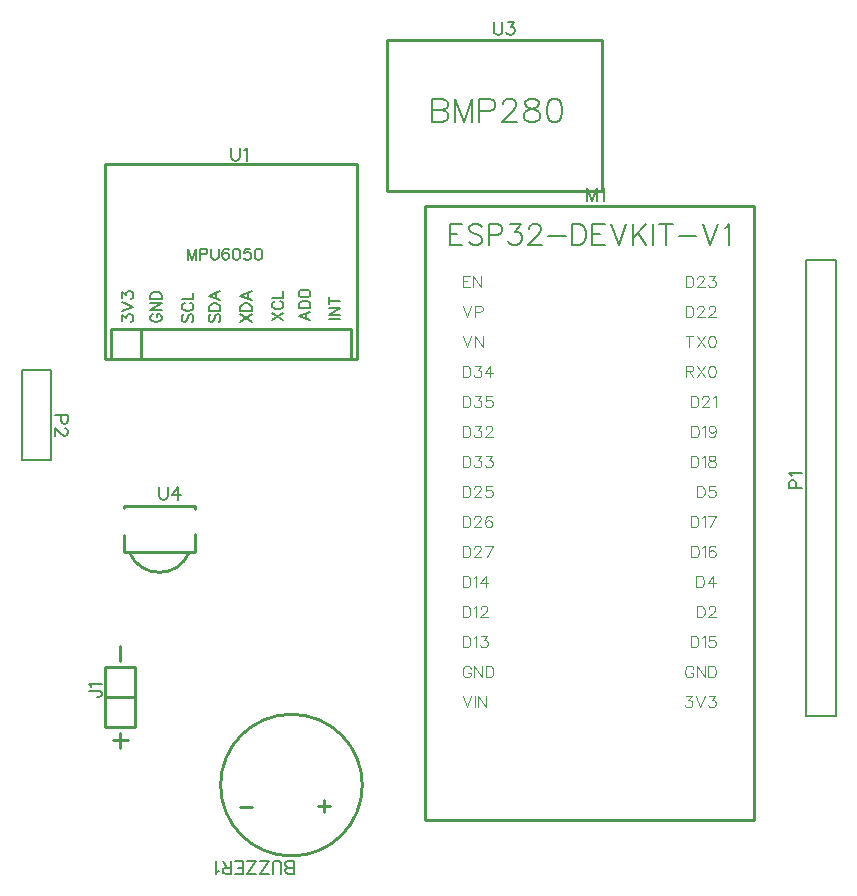
<source format=gto>
G04 Layer: TopSilkscreenLayer*
G04 EasyEDA v6.5.42, 2024-04-05 23:01:38*
G04 9a974a588d324e8b8ed75c96a1a2608a,45826c4407594220944428adbfc87ba6,10*
G04 Gerber Generator version 0.2*
G04 Scale: 100 percent, Rotated: No, Reflected: No *
G04 Dimensions in millimeters *
G04 leading zeros omitted , absolute positions ,4 integer and 5 decimal *
%FSLAX45Y45*%
%MOMM*%

%ADD10C,0.1524*%
%ADD11C,0.0813*%
%ADD12C,0.1544*%
%ADD13C,0.2032*%
%ADD14C,0.2540*%
%ADD15C,0.2030*%
%ADD16C,0.0170*%

%LPD*%
D10*
X7112000Y10732515D02*
G01*
X7112000Y10623550D01*
X7112000Y10732515D02*
G01*
X7153656Y10623550D01*
X7195058Y10732515D02*
G01*
X7153656Y10623550D01*
X7195058Y10732515D02*
G01*
X7195058Y10623550D01*
X7229347Y10711687D02*
G01*
X7239761Y10717021D01*
X7255509Y10732515D01*
X7255509Y10623550D01*
D11*
X7948599Y6436179D02*
G01*
X7999399Y6436179D01*
X7971713Y6399349D01*
X7985683Y6399349D01*
X7994827Y6394777D01*
X7999399Y6389951D01*
X8003971Y6376235D01*
X8003971Y6367091D01*
X7999399Y6353121D01*
X7990255Y6343977D01*
X7976285Y6339151D01*
X7962569Y6339151D01*
X7948599Y6343977D01*
X7944027Y6348549D01*
X7939455Y6357693D01*
X8034451Y6436179D02*
G01*
X8071535Y6339151D01*
X8108365Y6436179D02*
G01*
X8071535Y6339151D01*
X8148243Y6436179D02*
G01*
X8199043Y6436179D01*
X8171357Y6399349D01*
X8185073Y6399349D01*
X8194471Y6394777D01*
X8199043Y6389951D01*
X8203615Y6376235D01*
X8203615Y6367091D01*
X8199043Y6353121D01*
X8189645Y6343977D01*
X8175929Y6339151D01*
X8161959Y6339151D01*
X8148243Y6343977D01*
X8143671Y6348549D01*
X8138845Y6357693D01*
X8013369Y6667065D02*
G01*
X8008543Y6676463D01*
X7999399Y6685607D01*
X7990255Y6690179D01*
X7971713Y6690179D01*
X7962569Y6685607D01*
X7953171Y6676463D01*
X7948599Y6667065D01*
X7944027Y6653349D01*
X7944027Y6630235D01*
X7948599Y6616265D01*
X7953171Y6607121D01*
X7962569Y6597977D01*
X7971713Y6593151D01*
X7990255Y6593151D01*
X7999399Y6597977D01*
X8008543Y6607121D01*
X8013369Y6616265D01*
X8013369Y6630235D01*
X7990255Y6630235D02*
G01*
X8013369Y6630235D01*
X8043849Y6690179D02*
G01*
X8043849Y6593151D01*
X8043849Y6690179D02*
G01*
X8108365Y6593151D01*
X8108365Y6690179D02*
G01*
X8108365Y6593151D01*
X8138845Y6690179D02*
G01*
X8138845Y6593151D01*
X8138845Y6690179D02*
G01*
X8171103Y6690179D01*
X8185073Y6685607D01*
X8194217Y6676463D01*
X8199043Y6667065D01*
X8203615Y6653349D01*
X8203615Y6630235D01*
X8199043Y6616265D01*
X8194217Y6607121D01*
X8185073Y6597977D01*
X8171103Y6593151D01*
X8138845Y6593151D01*
X7990255Y6944344D02*
G01*
X7990255Y6847316D01*
X7990255Y6944344D02*
G01*
X8022513Y6944344D01*
X8036483Y6939518D01*
X8045627Y6930374D01*
X8050199Y6921230D01*
X8055025Y6907260D01*
X8055025Y6884146D01*
X8050199Y6870430D01*
X8045627Y6861032D01*
X8036483Y6851888D01*
X8022513Y6847316D01*
X7990255Y6847316D01*
X8085505Y6925802D02*
G01*
X8094649Y6930374D01*
X8108365Y6944344D01*
X8108365Y6847316D01*
X8194471Y6944344D02*
G01*
X8148243Y6944344D01*
X8143671Y6902688D01*
X8148243Y6907260D01*
X8161959Y6911832D01*
X8175929Y6911832D01*
X8189645Y6907260D01*
X8199043Y6898116D01*
X8203615Y6884146D01*
X8203615Y6875002D01*
X8199043Y6861032D01*
X8189645Y6851888D01*
X8175929Y6847316D01*
X8161959Y6847316D01*
X8148243Y6851888D01*
X8143671Y6856460D01*
X8138845Y6865858D01*
X8043849Y7198344D02*
G01*
X8043849Y7101316D01*
X8043849Y7198344D02*
G01*
X8076107Y7198344D01*
X8090077Y7193518D01*
X8099221Y7184374D01*
X8103793Y7175230D01*
X8108619Y7161260D01*
X8108619Y7138146D01*
X8103793Y7124430D01*
X8099221Y7115032D01*
X8090077Y7105888D01*
X8076107Y7101316D01*
X8043849Y7101316D01*
X8143671Y7175230D02*
G01*
X8143671Y7179802D01*
X8148243Y7188946D01*
X8152815Y7193518D01*
X8161959Y7198344D01*
X8180501Y7198344D01*
X8189899Y7193518D01*
X8194471Y7188946D01*
X8199043Y7179802D01*
X8199043Y7170658D01*
X8194471Y7161260D01*
X8185073Y7147544D01*
X8139099Y7101316D01*
X8203615Y7101316D01*
X8039277Y7452344D02*
G01*
X8039277Y7355316D01*
X8039277Y7452344D02*
G01*
X8071535Y7452344D01*
X8085505Y7447518D01*
X8094649Y7438374D01*
X8099221Y7429230D01*
X8104047Y7415260D01*
X8104047Y7392146D01*
X8099221Y7378430D01*
X8094649Y7369032D01*
X8085505Y7359888D01*
X8071535Y7355316D01*
X8039277Y7355316D01*
X8180501Y7452344D02*
G01*
X8134527Y7387574D01*
X8203615Y7387574D01*
X8180501Y7452344D02*
G01*
X8180501Y7355316D01*
X7994827Y7706344D02*
G01*
X7994827Y7609316D01*
X7994827Y7706344D02*
G01*
X8027085Y7706344D01*
X8041055Y7701518D01*
X8050199Y7692374D01*
X8054771Y7683230D01*
X8059597Y7669260D01*
X8059597Y7646146D01*
X8054771Y7632430D01*
X8050199Y7623032D01*
X8041055Y7613888D01*
X8027085Y7609316D01*
X7994827Y7609316D01*
X8090077Y7687802D02*
G01*
X8099221Y7692374D01*
X8112937Y7706344D01*
X8112937Y7609316D01*
X8199043Y7692374D02*
G01*
X8194217Y7701518D01*
X8180501Y7706344D01*
X8171357Y7706344D01*
X8157387Y7701518D01*
X8148243Y7687802D01*
X8143417Y7664688D01*
X8143417Y7641574D01*
X8148243Y7623032D01*
X8157387Y7613888D01*
X8171357Y7609316D01*
X8175929Y7609316D01*
X8189645Y7613888D01*
X8199043Y7623032D01*
X8203615Y7637002D01*
X8203615Y7641574D01*
X8199043Y7655544D01*
X8189645Y7664688D01*
X8175929Y7669260D01*
X8171357Y7669260D01*
X8157387Y7664688D01*
X8148243Y7655544D01*
X8143417Y7641574D01*
X7990255Y7960344D02*
G01*
X7990255Y7863316D01*
X7990255Y7960344D02*
G01*
X8022513Y7960344D01*
X8036483Y7955518D01*
X8045627Y7946374D01*
X8050199Y7937230D01*
X8055025Y7923260D01*
X8055025Y7900146D01*
X8050199Y7886430D01*
X8045627Y7877032D01*
X8036483Y7867888D01*
X8022513Y7863316D01*
X7990255Y7863316D01*
X8085505Y7941802D02*
G01*
X8094649Y7946374D01*
X8108365Y7960344D01*
X8108365Y7863316D01*
X8203615Y7960344D02*
G01*
X8157387Y7863316D01*
X8138845Y7960344D02*
G01*
X8203615Y7960344D01*
X8043849Y8214344D02*
G01*
X8043849Y8117316D01*
X8043849Y8214344D02*
G01*
X8076107Y8214344D01*
X8090077Y8209518D01*
X8099221Y8200374D01*
X8103793Y8191230D01*
X8108619Y8177260D01*
X8108619Y8154146D01*
X8103793Y8140430D01*
X8099221Y8131032D01*
X8090077Y8121888D01*
X8076107Y8117316D01*
X8043849Y8117316D01*
X8194471Y8214344D02*
G01*
X8148243Y8214344D01*
X8143671Y8172688D01*
X8148243Y8177260D01*
X8161959Y8181832D01*
X8175929Y8181832D01*
X8189899Y8177260D01*
X8199043Y8168116D01*
X8203615Y8154146D01*
X8203615Y8145002D01*
X8199043Y8131032D01*
X8189899Y8121888D01*
X8175929Y8117316D01*
X8161959Y8117316D01*
X8148243Y8121888D01*
X8143671Y8126460D01*
X8139099Y8135858D01*
X7990255Y8468344D02*
G01*
X7990255Y8371316D01*
X7990255Y8468344D02*
G01*
X8022513Y8468344D01*
X8036483Y8463518D01*
X8045627Y8454374D01*
X8050199Y8445230D01*
X8055025Y8431260D01*
X8055025Y8408146D01*
X8050199Y8394430D01*
X8045627Y8385032D01*
X8036483Y8375888D01*
X8022513Y8371316D01*
X7990255Y8371316D01*
X8085505Y8449802D02*
G01*
X8094649Y8454374D01*
X8108365Y8468344D01*
X8108365Y8371316D01*
X8161959Y8468344D02*
G01*
X8148243Y8463518D01*
X8143671Y8454374D01*
X8143671Y8445230D01*
X8148243Y8435832D01*
X8157387Y8431260D01*
X8175929Y8426688D01*
X8189645Y8422116D01*
X8199043Y8412718D01*
X8203615Y8403574D01*
X8203615Y8389858D01*
X8199043Y8380460D01*
X8194471Y8375888D01*
X8180501Y8371316D01*
X8161959Y8371316D01*
X8148243Y8375888D01*
X8143671Y8380460D01*
X8138845Y8389858D01*
X8138845Y8403574D01*
X8143671Y8412718D01*
X8152815Y8422116D01*
X8166785Y8426688D01*
X8185073Y8431260D01*
X8194471Y8435832D01*
X8199043Y8445230D01*
X8199043Y8454374D01*
X8194471Y8463518D01*
X8180501Y8468344D01*
X8161959Y8468344D01*
X7994827Y8722344D02*
G01*
X7994827Y8625316D01*
X7994827Y8722344D02*
G01*
X8027085Y8722344D01*
X8041055Y8717518D01*
X8050199Y8708374D01*
X8054771Y8699230D01*
X8059597Y8685260D01*
X8059597Y8662146D01*
X8054771Y8648430D01*
X8050199Y8639032D01*
X8041055Y8629888D01*
X8027085Y8625316D01*
X7994827Y8625316D01*
X8090077Y8703802D02*
G01*
X8099221Y8708374D01*
X8112937Y8722344D01*
X8112937Y8625316D01*
X8203615Y8689832D02*
G01*
X8199043Y8676116D01*
X8189645Y8666718D01*
X8175929Y8662146D01*
X8171357Y8662146D01*
X8157387Y8666718D01*
X8148243Y8676116D01*
X8143417Y8689832D01*
X8143417Y8694658D01*
X8148243Y8708374D01*
X8157387Y8717518D01*
X8171357Y8722344D01*
X8175929Y8722344D01*
X8189645Y8717518D01*
X8199043Y8708374D01*
X8203615Y8689832D01*
X8203615Y8666718D01*
X8199043Y8643858D01*
X8189645Y8629888D01*
X8175929Y8625316D01*
X8166531Y8625316D01*
X8152815Y8629888D01*
X8148243Y8639032D01*
X7990255Y8976344D02*
G01*
X7990255Y8879316D01*
X7990255Y8976344D02*
G01*
X8022513Y8976344D01*
X8036483Y8971518D01*
X8045627Y8962374D01*
X8050199Y8953230D01*
X8055025Y8939260D01*
X8055025Y8916146D01*
X8050199Y8902430D01*
X8045627Y8893032D01*
X8036483Y8883888D01*
X8022513Y8879316D01*
X7990255Y8879316D01*
X8090077Y8953230D02*
G01*
X8090077Y8957802D01*
X8094649Y8966946D01*
X8099221Y8971518D01*
X8108365Y8976344D01*
X8126907Y8976344D01*
X8136305Y8971518D01*
X8140877Y8966946D01*
X8145449Y8957802D01*
X8145449Y8948658D01*
X8140877Y8939260D01*
X8131479Y8925544D01*
X8085505Y8879316D01*
X8150021Y8879316D01*
X8180501Y8957802D02*
G01*
X8189645Y8962374D01*
X8203615Y8976344D01*
X8203615Y8879316D01*
X7948599Y9230344D02*
G01*
X7948599Y9133316D01*
X7948599Y9230344D02*
G01*
X7990255Y9230344D01*
X8003971Y9225518D01*
X8008543Y9220946D01*
X8013369Y9211802D01*
X8013369Y9202658D01*
X8008543Y9193260D01*
X8003971Y9188688D01*
X7990255Y9184116D01*
X7948599Y9184116D01*
X7980857Y9184116D02*
G01*
X8013369Y9133316D01*
X8043849Y9230344D02*
G01*
X8108365Y9133316D01*
X8108365Y9230344D02*
G01*
X8043849Y9133316D01*
X8166531Y9230344D02*
G01*
X8152815Y9225518D01*
X8143417Y9211802D01*
X8138845Y9188688D01*
X8138845Y9174718D01*
X8143417Y9151858D01*
X8152815Y9137888D01*
X8166531Y9133316D01*
X8175929Y9133316D01*
X8189645Y9137888D01*
X8198789Y9151858D01*
X8203615Y9174718D01*
X8203615Y9188688D01*
X8198789Y9211802D01*
X8189645Y9225518D01*
X8175929Y9230344D01*
X8166531Y9230344D01*
X7980857Y9484344D02*
G01*
X7980857Y9387316D01*
X7948599Y9484344D02*
G01*
X8013369Y9484344D01*
X8043849Y9484344D02*
G01*
X8108365Y9387316D01*
X8108365Y9484344D02*
G01*
X8043849Y9387316D01*
X8166531Y9484344D02*
G01*
X8152815Y9479518D01*
X8143417Y9465802D01*
X8138845Y9442688D01*
X8138845Y9428718D01*
X8143417Y9405858D01*
X8152815Y9391888D01*
X8166531Y9387316D01*
X8175929Y9387316D01*
X8189645Y9391888D01*
X8198789Y9405858D01*
X8203615Y9428718D01*
X8203615Y9442688D01*
X8198789Y9465802D01*
X8189645Y9479518D01*
X8175929Y9484344D01*
X8166531Y9484344D01*
X7948599Y9738344D02*
G01*
X7948599Y9641316D01*
X7948599Y9738344D02*
G01*
X7980857Y9738344D01*
X7994827Y9733518D01*
X8003971Y9724374D01*
X8008543Y9715230D01*
X8013369Y9701260D01*
X8013369Y9678146D01*
X8008543Y9664430D01*
X8003971Y9655032D01*
X7994827Y9645888D01*
X7980857Y9641316D01*
X7948599Y9641316D01*
X8048421Y9715230D02*
G01*
X8048421Y9719802D01*
X8052993Y9728946D01*
X8057565Y9733518D01*
X8066709Y9738344D01*
X8085251Y9738344D01*
X8094649Y9733518D01*
X8099221Y9728946D01*
X8103793Y9719802D01*
X8103793Y9710658D01*
X8099221Y9701260D01*
X8089823Y9687544D01*
X8043849Y9641316D01*
X8108365Y9641316D01*
X8143417Y9715230D02*
G01*
X8143417Y9719802D01*
X8147989Y9728946D01*
X8152815Y9733518D01*
X8161959Y9738344D01*
X8180501Y9738344D01*
X8189645Y9733518D01*
X8194217Y9728946D01*
X8198789Y9719802D01*
X8198789Y9710658D01*
X8194217Y9701260D01*
X8185073Y9687544D01*
X8138845Y9641316D01*
X8203615Y9641316D01*
X7948599Y9992344D02*
G01*
X7948599Y9895316D01*
X7948599Y9992344D02*
G01*
X7980857Y9992344D01*
X7994827Y9987518D01*
X8003971Y9978374D01*
X8008543Y9969230D01*
X8013369Y9955260D01*
X8013369Y9932146D01*
X8008543Y9918430D01*
X8003971Y9909032D01*
X7994827Y9899888D01*
X7980857Y9895316D01*
X7948599Y9895316D01*
X8048421Y9969230D02*
G01*
X8048421Y9973802D01*
X8052993Y9982946D01*
X8057565Y9987518D01*
X8066709Y9992344D01*
X8085251Y9992344D01*
X8094649Y9987518D01*
X8099221Y9982946D01*
X8103793Y9973802D01*
X8103793Y9964658D01*
X8099221Y9955260D01*
X8089823Y9941544D01*
X8043849Y9895316D01*
X8108365Y9895316D01*
X8147989Y9992344D02*
G01*
X8198789Y9992344D01*
X8171103Y9955260D01*
X8185073Y9955260D01*
X8194217Y9950688D01*
X8198789Y9946116D01*
X8203615Y9932146D01*
X8203615Y9923002D01*
X8198789Y9909032D01*
X8189645Y9899888D01*
X8175929Y9895316D01*
X8161959Y9895316D01*
X8147989Y9899888D01*
X8143417Y9904460D01*
X8138845Y9913858D01*
X6059881Y6436357D02*
G01*
X6096711Y6339329D01*
X6133795Y6436357D02*
G01*
X6096711Y6339329D01*
X6164275Y6436357D02*
G01*
X6164275Y6339329D01*
X6194755Y6436357D02*
G01*
X6194755Y6339329D01*
X6194755Y6436357D02*
G01*
X6259271Y6339329D01*
X6259271Y6436357D02*
G01*
X6259271Y6339329D01*
X6129223Y6667243D02*
G01*
X6124397Y6676387D01*
X6115253Y6685531D01*
X6106109Y6690357D01*
X6087567Y6690357D01*
X6078423Y6685531D01*
X6069025Y6676387D01*
X6064453Y6667243D01*
X6059881Y6653273D01*
X6059881Y6630159D01*
X6064453Y6616443D01*
X6069025Y6607045D01*
X6078423Y6597901D01*
X6087567Y6593329D01*
X6106109Y6593329D01*
X6115253Y6597901D01*
X6124397Y6607045D01*
X6129223Y6616443D01*
X6129223Y6630159D01*
X6106109Y6630159D02*
G01*
X6129223Y6630159D01*
X6159703Y6690357D02*
G01*
X6159703Y6593329D01*
X6159703Y6690357D02*
G01*
X6224219Y6593329D01*
X6224219Y6690357D02*
G01*
X6224219Y6593329D01*
X6254699Y6690357D02*
G01*
X6254699Y6593329D01*
X6254699Y6690357D02*
G01*
X6286957Y6690357D01*
X6300927Y6685531D01*
X6310071Y6676387D01*
X6314643Y6667243D01*
X6319469Y6653273D01*
X6319469Y6630159D01*
X6314643Y6616443D01*
X6310071Y6607045D01*
X6300927Y6597901D01*
X6286957Y6593329D01*
X6254699Y6593329D01*
X6059817Y6944344D02*
G01*
X6059817Y6847316D01*
X6059817Y6944344D02*
G01*
X6092075Y6944344D01*
X6106045Y6939518D01*
X6115189Y6930374D01*
X6119761Y6921230D01*
X6124587Y6907260D01*
X6124587Y6884146D01*
X6119761Y6870430D01*
X6115189Y6861032D01*
X6106045Y6851888D01*
X6092075Y6847316D01*
X6059817Y6847316D01*
X6155067Y6925802D02*
G01*
X6164211Y6930374D01*
X6177927Y6944344D01*
X6177927Y6847316D01*
X6217805Y6944344D02*
G01*
X6268605Y6944344D01*
X6240919Y6907260D01*
X6254635Y6907260D01*
X6264033Y6902688D01*
X6268605Y6898116D01*
X6273177Y6884146D01*
X6273177Y6875002D01*
X6268605Y6861032D01*
X6259207Y6851888D01*
X6245491Y6847316D01*
X6231521Y6847316D01*
X6217805Y6851888D01*
X6213233Y6856460D01*
X6208407Y6865858D01*
X6059817Y7198344D02*
G01*
X6059817Y7101316D01*
X6059817Y7198344D02*
G01*
X6092075Y7198344D01*
X6106045Y7193518D01*
X6115189Y7184374D01*
X6119761Y7175230D01*
X6124587Y7161260D01*
X6124587Y7138146D01*
X6119761Y7124430D01*
X6115189Y7115032D01*
X6106045Y7105888D01*
X6092075Y7101316D01*
X6059817Y7101316D01*
X6155067Y7179802D02*
G01*
X6164211Y7184374D01*
X6177927Y7198344D01*
X6177927Y7101316D01*
X6213233Y7175230D02*
G01*
X6213233Y7179802D01*
X6217805Y7188946D01*
X6222377Y7193518D01*
X6231521Y7198344D01*
X6250063Y7198344D01*
X6259207Y7193518D01*
X6264033Y7188946D01*
X6268605Y7179802D01*
X6268605Y7170658D01*
X6264033Y7161260D01*
X6254635Y7147544D01*
X6208407Y7101316D01*
X6273177Y7101316D01*
X6059817Y7452344D02*
G01*
X6059817Y7355316D01*
X6059817Y7452344D02*
G01*
X6092075Y7452344D01*
X6106045Y7447518D01*
X6115189Y7438374D01*
X6119761Y7429230D01*
X6124587Y7415260D01*
X6124587Y7392146D01*
X6119761Y7378430D01*
X6115189Y7369032D01*
X6106045Y7359888D01*
X6092075Y7355316D01*
X6059817Y7355316D01*
X6155067Y7433802D02*
G01*
X6164211Y7438374D01*
X6177927Y7452344D01*
X6177927Y7355316D01*
X6254635Y7452344D02*
G01*
X6208407Y7387574D01*
X6277749Y7387574D01*
X6254635Y7452344D02*
G01*
X6254635Y7355316D01*
X6059817Y7706344D02*
G01*
X6059817Y7609316D01*
X6059817Y7706344D02*
G01*
X6092075Y7706344D01*
X6106045Y7701518D01*
X6115189Y7692374D01*
X6119761Y7683230D01*
X6124587Y7669260D01*
X6124587Y7646146D01*
X6119761Y7632430D01*
X6115189Y7623032D01*
X6106045Y7613888D01*
X6092075Y7609316D01*
X6059817Y7609316D01*
X6159639Y7683230D02*
G01*
X6159639Y7687802D01*
X6164211Y7696946D01*
X6168783Y7701518D01*
X6177927Y7706344D01*
X6196469Y7706344D01*
X6205867Y7701518D01*
X6210439Y7696946D01*
X6215011Y7687802D01*
X6215011Y7678658D01*
X6210439Y7669260D01*
X6201041Y7655544D01*
X6155067Y7609316D01*
X6219583Y7609316D01*
X6314833Y7706344D02*
G01*
X6268605Y7609316D01*
X6250063Y7706344D02*
G01*
X6314833Y7706344D01*
X6059817Y7960344D02*
G01*
X6059817Y7863316D01*
X6059817Y7960344D02*
G01*
X6092075Y7960344D01*
X6106045Y7955518D01*
X6115189Y7946374D01*
X6119761Y7937230D01*
X6124587Y7923260D01*
X6124587Y7900146D01*
X6119761Y7886430D01*
X6115189Y7877032D01*
X6106045Y7867888D01*
X6092075Y7863316D01*
X6059817Y7863316D01*
X6159639Y7937230D02*
G01*
X6159639Y7941802D01*
X6164211Y7950946D01*
X6168783Y7955518D01*
X6177927Y7960344D01*
X6196469Y7960344D01*
X6205867Y7955518D01*
X6210439Y7950946D01*
X6215011Y7941802D01*
X6215011Y7932658D01*
X6210439Y7923260D01*
X6201041Y7909544D01*
X6155067Y7863316D01*
X6219583Y7863316D01*
X6305435Y7946374D02*
G01*
X6300863Y7955518D01*
X6287147Y7960344D01*
X6277749Y7960344D01*
X6264033Y7955518D01*
X6254635Y7941802D01*
X6250063Y7918688D01*
X6250063Y7895574D01*
X6254635Y7877032D01*
X6264033Y7867888D01*
X6277749Y7863316D01*
X6282321Y7863316D01*
X6296291Y7867888D01*
X6305435Y7877032D01*
X6310007Y7891002D01*
X6310007Y7895574D01*
X6305435Y7909544D01*
X6296291Y7918688D01*
X6282321Y7923260D01*
X6277749Y7923260D01*
X6264033Y7918688D01*
X6254635Y7909544D01*
X6250063Y7895574D01*
X6059817Y8214344D02*
G01*
X6059817Y8117316D01*
X6059817Y8214344D02*
G01*
X6092075Y8214344D01*
X6106045Y8209518D01*
X6115189Y8200374D01*
X6119761Y8191230D01*
X6124587Y8177260D01*
X6124587Y8154146D01*
X6119761Y8140430D01*
X6115189Y8131032D01*
X6106045Y8121888D01*
X6092075Y8117316D01*
X6059817Y8117316D01*
X6159639Y8191230D02*
G01*
X6159639Y8195802D01*
X6164211Y8204946D01*
X6168783Y8209518D01*
X6177927Y8214344D01*
X6196469Y8214344D01*
X6205867Y8209518D01*
X6210439Y8204946D01*
X6215011Y8195802D01*
X6215011Y8186658D01*
X6210439Y8177260D01*
X6201041Y8163544D01*
X6155067Y8117316D01*
X6219583Y8117316D01*
X6305435Y8214344D02*
G01*
X6259207Y8214344D01*
X6254635Y8172688D01*
X6259207Y8177260D01*
X6273177Y8181832D01*
X6287147Y8181832D01*
X6300863Y8177260D01*
X6310007Y8168116D01*
X6314833Y8154146D01*
X6314833Y8145002D01*
X6310007Y8131032D01*
X6300863Y8121888D01*
X6287147Y8117316D01*
X6273177Y8117316D01*
X6259207Y8121888D01*
X6254635Y8126460D01*
X6250063Y8135858D01*
X6059817Y8468344D02*
G01*
X6059817Y8371316D01*
X6059817Y8468344D02*
G01*
X6092075Y8468344D01*
X6106045Y8463518D01*
X6115189Y8454374D01*
X6119761Y8445230D01*
X6124587Y8431260D01*
X6124587Y8408146D01*
X6119761Y8394430D01*
X6115189Y8385032D01*
X6106045Y8375888D01*
X6092075Y8371316D01*
X6059817Y8371316D01*
X6164211Y8468344D02*
G01*
X6215011Y8468344D01*
X6187325Y8431260D01*
X6201041Y8431260D01*
X6210439Y8426688D01*
X6215011Y8422116D01*
X6219583Y8408146D01*
X6219583Y8399002D01*
X6215011Y8385032D01*
X6205867Y8375888D01*
X6191897Y8371316D01*
X6177927Y8371316D01*
X6164211Y8375888D01*
X6159639Y8380460D01*
X6155067Y8389858D01*
X6259207Y8468344D02*
G01*
X6310007Y8468344D01*
X6282321Y8431260D01*
X6296291Y8431260D01*
X6305435Y8426688D01*
X6310007Y8422116D01*
X6314833Y8408146D01*
X6314833Y8399002D01*
X6310007Y8385032D01*
X6300863Y8375888D01*
X6287147Y8371316D01*
X6273177Y8371316D01*
X6259207Y8375888D01*
X6254635Y8380460D01*
X6250063Y8389858D01*
X6059817Y8722344D02*
G01*
X6059817Y8625316D01*
X6059817Y8722344D02*
G01*
X6092075Y8722344D01*
X6106045Y8717518D01*
X6115189Y8708374D01*
X6119761Y8699230D01*
X6124587Y8685260D01*
X6124587Y8662146D01*
X6119761Y8648430D01*
X6115189Y8639032D01*
X6106045Y8629888D01*
X6092075Y8625316D01*
X6059817Y8625316D01*
X6164211Y8722344D02*
G01*
X6215011Y8722344D01*
X6187325Y8685260D01*
X6201041Y8685260D01*
X6210439Y8680688D01*
X6215011Y8676116D01*
X6219583Y8662146D01*
X6219583Y8653002D01*
X6215011Y8639032D01*
X6205867Y8629888D01*
X6191897Y8625316D01*
X6177927Y8625316D01*
X6164211Y8629888D01*
X6159639Y8634460D01*
X6155067Y8643858D01*
X6254635Y8699230D02*
G01*
X6254635Y8703802D01*
X6259207Y8712946D01*
X6264033Y8717518D01*
X6273177Y8722344D01*
X6291719Y8722344D01*
X6300863Y8717518D01*
X6305435Y8712946D01*
X6310007Y8703802D01*
X6310007Y8694658D01*
X6305435Y8685260D01*
X6296291Y8671544D01*
X6250063Y8625316D01*
X6314833Y8625316D01*
X6059817Y8976344D02*
G01*
X6059817Y8879316D01*
X6059817Y8976344D02*
G01*
X6092075Y8976344D01*
X6106045Y8971518D01*
X6115189Y8962374D01*
X6119761Y8953230D01*
X6124587Y8939260D01*
X6124587Y8916146D01*
X6119761Y8902430D01*
X6115189Y8893032D01*
X6106045Y8883888D01*
X6092075Y8879316D01*
X6059817Y8879316D01*
X6164211Y8976344D02*
G01*
X6215011Y8976344D01*
X6187325Y8939260D01*
X6201041Y8939260D01*
X6210439Y8934688D01*
X6215011Y8930116D01*
X6219583Y8916146D01*
X6219583Y8907002D01*
X6215011Y8893032D01*
X6205867Y8883888D01*
X6191897Y8879316D01*
X6177927Y8879316D01*
X6164211Y8883888D01*
X6159639Y8888460D01*
X6155067Y8897858D01*
X6305435Y8976344D02*
G01*
X6259207Y8976344D01*
X6254635Y8934688D01*
X6259207Y8939260D01*
X6273177Y8943832D01*
X6287147Y8943832D01*
X6300863Y8939260D01*
X6310007Y8930116D01*
X6314833Y8916146D01*
X6314833Y8907002D01*
X6310007Y8893032D01*
X6300863Y8883888D01*
X6287147Y8879316D01*
X6273177Y8879316D01*
X6259207Y8883888D01*
X6254635Y8888460D01*
X6250063Y8897858D01*
X6059817Y9230344D02*
G01*
X6059817Y9133316D01*
X6059817Y9230344D02*
G01*
X6092075Y9230344D01*
X6106045Y9225518D01*
X6115189Y9216374D01*
X6119761Y9207230D01*
X6124587Y9193260D01*
X6124587Y9170146D01*
X6119761Y9156430D01*
X6115189Y9147032D01*
X6106045Y9137888D01*
X6092075Y9133316D01*
X6059817Y9133316D01*
X6164211Y9230344D02*
G01*
X6215011Y9230344D01*
X6187325Y9193260D01*
X6201041Y9193260D01*
X6210439Y9188688D01*
X6215011Y9184116D01*
X6219583Y9170146D01*
X6219583Y9161002D01*
X6215011Y9147032D01*
X6205867Y9137888D01*
X6191897Y9133316D01*
X6177927Y9133316D01*
X6164211Y9137888D01*
X6159639Y9142460D01*
X6155067Y9151858D01*
X6296291Y9230344D02*
G01*
X6250063Y9165574D01*
X6319405Y9165574D01*
X6296291Y9230344D02*
G01*
X6296291Y9133316D01*
X6059881Y9484357D02*
G01*
X6096711Y9387329D01*
X6133795Y9484357D02*
G01*
X6096711Y9387329D01*
X6164275Y9484357D02*
G01*
X6164275Y9387329D01*
X6164275Y9484357D02*
G01*
X6228791Y9387329D01*
X6228791Y9484357D02*
G01*
X6228791Y9387329D01*
X6059881Y9738357D02*
G01*
X6096711Y9641329D01*
X6133795Y9738357D02*
G01*
X6096711Y9641329D01*
X6164275Y9738357D02*
G01*
X6164275Y9641329D01*
X6164275Y9738357D02*
G01*
X6205677Y9738357D01*
X6219647Y9733531D01*
X6224219Y9728959D01*
X6228791Y9719815D01*
X6228791Y9705845D01*
X6224219Y9696701D01*
X6219647Y9692129D01*
X6205677Y9687557D01*
X6164275Y9687557D01*
X6059881Y9992357D02*
G01*
X6059881Y9895329D01*
X6059881Y9992357D02*
G01*
X6119825Y9992357D01*
X6059881Y9946129D02*
G01*
X6096711Y9946129D01*
X6059881Y9895329D02*
G01*
X6119825Y9895329D01*
X6150305Y9992357D02*
G01*
X6150305Y9895329D01*
X6150305Y9992357D02*
G01*
X6215075Y9895329D01*
X6215075Y9992357D02*
G01*
X6215075Y9895329D01*
D12*
X5951499Y10426938D02*
G01*
X5951499Y10255234D01*
X5951499Y10426938D02*
G01*
X6057925Y10426938D01*
X5951499Y10345150D02*
G01*
X6017031Y10345150D01*
X5951499Y10255234D02*
G01*
X6057925Y10255234D01*
X6226327Y10402300D02*
G01*
X6210071Y10418810D01*
X6185433Y10426938D01*
X6152667Y10426938D01*
X6128283Y10418810D01*
X6111773Y10402300D01*
X6111773Y10386044D01*
X6120155Y10369788D01*
X6128283Y10361406D01*
X6144539Y10353278D01*
X6193561Y10337022D01*
X6210071Y10328894D01*
X6218199Y10320512D01*
X6226327Y10304256D01*
X6226327Y10279618D01*
X6210071Y10263362D01*
X6185433Y10255234D01*
X6152667Y10255234D01*
X6128283Y10263362D01*
X6111773Y10279618D01*
X6280429Y10426938D02*
G01*
X6280429Y10255234D01*
X6280429Y10426938D02*
G01*
X6354089Y10426938D01*
X6378473Y10418810D01*
X6386855Y10410682D01*
X6394983Y10394172D01*
X6394983Y10369788D01*
X6386855Y10353278D01*
X6378473Y10345150D01*
X6354089Y10337022D01*
X6280429Y10337022D01*
X6465341Y10426938D02*
G01*
X6555257Y10426938D01*
X6506235Y10361406D01*
X6530873Y10361406D01*
X6547129Y10353278D01*
X6555257Y10345150D01*
X6563385Y10320512D01*
X6563385Y10304256D01*
X6555257Y10279618D01*
X6539001Y10263362D01*
X6514363Y10255234D01*
X6489979Y10255234D01*
X6465341Y10263362D01*
X6457213Y10271490D01*
X6448831Y10288000D01*
X6625615Y10386044D02*
G01*
X6625615Y10394172D01*
X6633743Y10410682D01*
X6642125Y10418810D01*
X6658381Y10426938D01*
X6691147Y10426938D01*
X6707403Y10418810D01*
X6715785Y10410682D01*
X6723913Y10394172D01*
X6723913Y10377916D01*
X6715785Y10361406D01*
X6699275Y10337022D01*
X6617487Y10255234D01*
X6732041Y10255234D01*
X6786143Y10328894D02*
G01*
X6933209Y10328894D01*
X6987311Y10426938D02*
G01*
X6987311Y10255234D01*
X6987311Y10426938D02*
G01*
X7044461Y10426938D01*
X7069099Y10418810D01*
X7085609Y10402300D01*
X7093737Y10386044D01*
X7101865Y10361406D01*
X7101865Y10320512D01*
X7093737Y10296128D01*
X7085609Y10279618D01*
X7069099Y10263362D01*
X7044461Y10255234D01*
X6987311Y10255234D01*
X7155967Y10426938D02*
G01*
X7155967Y10255234D01*
X7155967Y10426938D02*
G01*
X7262139Y10426938D01*
X7155967Y10345150D02*
G01*
X7221245Y10345150D01*
X7155967Y10255234D02*
G01*
X7262139Y10255234D01*
X7316241Y10426938D02*
G01*
X7381773Y10255234D01*
X7447051Y10426938D02*
G01*
X7381773Y10255234D01*
X7501153Y10426938D02*
G01*
X7501153Y10255234D01*
X7615707Y10426938D02*
G01*
X7501153Y10312384D01*
X7542047Y10353278D02*
G01*
X7615707Y10255234D01*
X7669555Y10426938D02*
G01*
X7669555Y10255234D01*
X7781061Y10426938D02*
G01*
X7781061Y10255234D01*
X7723657Y10426938D02*
G01*
X7838211Y10426938D01*
X7892313Y10328894D02*
G01*
X8039379Y10328894D01*
X8093481Y10426938D02*
G01*
X8159013Y10255234D01*
X8224291Y10426938D02*
G01*
X8159013Y10255234D01*
X8278393Y10394172D02*
G01*
X8294649Y10402300D01*
X8319287Y10426938D01*
X8319287Y10255234D01*
D10*
X8825484Y8191500D02*
G01*
X8934450Y8191500D01*
X8825484Y8191500D02*
G01*
X8825484Y8238236D01*
X8830563Y8253729D01*
X8835897Y8259063D01*
X8846311Y8264144D01*
X8861806Y8264144D01*
X8872220Y8259063D01*
X8877300Y8253729D01*
X8882634Y8238236D01*
X8882634Y8191500D01*
X8846311Y8298434D02*
G01*
X8840977Y8308847D01*
X8825484Y8324595D01*
X8934450Y8324595D01*
X4102100Y11075415D02*
G01*
X4102100Y10997437D01*
X4107179Y10981944D01*
X4117593Y10971529D01*
X4133341Y10966450D01*
X4143756Y10966450D01*
X4159250Y10971529D01*
X4169663Y10981944D01*
X4174743Y10997437D01*
X4174743Y11075415D01*
X4209034Y11054587D02*
G01*
X4219447Y11059921D01*
X4235195Y11075415D01*
X4235195Y10966450D01*
D13*
X3175761Y9610344D02*
G01*
X3175761Y9660381D01*
X3212084Y9632950D01*
X3212084Y9646665D01*
X3216656Y9655810D01*
X3221227Y9660381D01*
X3234690Y9664954D01*
X3243834Y9664954D01*
X3257550Y9660381D01*
X3266693Y9651237D01*
X3271265Y9637521D01*
X3271265Y9623805D01*
X3266693Y9610344D01*
X3262122Y9605771D01*
X3252977Y9601200D01*
X3175761Y9694926D02*
G01*
X3271265Y9731247D01*
X3175761Y9767570D02*
G01*
X3271265Y9731247D01*
X3175761Y9806686D02*
G01*
X3175761Y9856724D01*
X3212084Y9829292D01*
X3212084Y9843008D01*
X3216656Y9852152D01*
X3221227Y9856724D01*
X3234690Y9861295D01*
X3243834Y9861295D01*
X3257550Y9856724D01*
X3266693Y9847579D01*
X3271265Y9833863D01*
X3271265Y9820402D01*
X3266693Y9806686D01*
X3262122Y9802113D01*
X3252977Y9797542D01*
X3439668Y9669271D02*
G01*
X3430524Y9664954D01*
X3421634Y9655810D01*
X3417061Y9646665D01*
X3417061Y9628378D01*
X3421634Y9619487D01*
X3430524Y9610344D01*
X3439668Y9605771D01*
X3453384Y9601200D01*
X3475990Y9601200D01*
X3489706Y9605771D01*
X3498850Y9610344D01*
X3507993Y9619487D01*
X3512565Y9628378D01*
X3512565Y9646665D01*
X3507993Y9655810D01*
X3498850Y9664954D01*
X3489706Y9669271D01*
X3475990Y9669271D01*
X3475990Y9646665D02*
G01*
X3475990Y9669271D01*
X3417061Y9699497D02*
G01*
X3512565Y9699497D01*
X3417061Y9699497D02*
G01*
X3512565Y9762997D01*
X3417061Y9762997D02*
G01*
X3512565Y9762997D01*
X3417061Y9792970D02*
G01*
X3512565Y9792970D01*
X3417061Y9792970D02*
G01*
X3417061Y9824720D01*
X3421634Y9838436D01*
X3430524Y9847579D01*
X3439668Y9852152D01*
X3453384Y9856724D01*
X3475990Y9856724D01*
X3489706Y9852152D01*
X3498850Y9847579D01*
X3507993Y9838436D01*
X3512565Y9824720D01*
X3512565Y9792970D01*
X3697224Y9664954D02*
G01*
X3688334Y9655810D01*
X3683761Y9642094D01*
X3683761Y9623805D01*
X3688334Y9610344D01*
X3697224Y9601200D01*
X3706368Y9601200D01*
X3715511Y9605771D01*
X3720084Y9610344D01*
X3724656Y9619487D01*
X3733800Y9646665D01*
X3738118Y9655810D01*
X3742690Y9660381D01*
X3751834Y9664954D01*
X3765550Y9664954D01*
X3774693Y9655810D01*
X3779265Y9642094D01*
X3779265Y9623805D01*
X3774693Y9610344D01*
X3765550Y9601200D01*
X3706368Y9762997D02*
G01*
X3697224Y9758426D01*
X3688334Y9749281D01*
X3683761Y9740392D01*
X3683761Y9722104D01*
X3688334Y9712960D01*
X3697224Y9703815D01*
X3706368Y9699497D01*
X3720084Y9694926D01*
X3742690Y9694926D01*
X3756406Y9699497D01*
X3765550Y9703815D01*
X3774693Y9712960D01*
X3779265Y9722104D01*
X3779265Y9740392D01*
X3774693Y9749281D01*
X3765550Y9758426D01*
X3756406Y9762997D01*
X3683761Y9792970D02*
G01*
X3779265Y9792970D01*
X3779265Y9792970D02*
G01*
X3779265Y9847579D01*
X3925824Y9664954D02*
G01*
X3916934Y9655810D01*
X3912361Y9642094D01*
X3912361Y9623805D01*
X3916934Y9610344D01*
X3925824Y9601200D01*
X3934968Y9601200D01*
X3944111Y9605771D01*
X3948684Y9610344D01*
X3953256Y9619487D01*
X3962400Y9646665D01*
X3966718Y9655810D01*
X3971290Y9660381D01*
X3980434Y9664954D01*
X3994150Y9664954D01*
X4003293Y9655810D01*
X4007865Y9642094D01*
X4007865Y9623805D01*
X4003293Y9610344D01*
X3994150Y9601200D01*
X3912361Y9694926D02*
G01*
X4007865Y9694926D01*
X3912361Y9694926D02*
G01*
X3912361Y9726676D01*
X3916934Y9740392D01*
X3925824Y9749281D01*
X3934968Y9753854D01*
X3948684Y9758426D01*
X3971290Y9758426D01*
X3985006Y9753854D01*
X3994150Y9749281D01*
X4003293Y9740392D01*
X4007865Y9726676D01*
X4007865Y9694926D01*
X3912361Y9824720D02*
G01*
X4007865Y9788397D01*
X3912361Y9824720D02*
G01*
X4007865Y9861295D01*
X3975861Y9802113D02*
G01*
X3975861Y9847579D01*
X4179061Y9601200D02*
G01*
X4274565Y9664954D01*
X4179061Y9664954D02*
G01*
X4274565Y9601200D01*
X4179061Y9694926D02*
G01*
X4274565Y9694926D01*
X4179061Y9694926D02*
G01*
X4179061Y9726676D01*
X4183634Y9740392D01*
X4192524Y9749281D01*
X4201668Y9753854D01*
X4215384Y9758426D01*
X4237990Y9758426D01*
X4251706Y9753854D01*
X4260850Y9749281D01*
X4269993Y9740392D01*
X4274565Y9726676D01*
X4274565Y9694926D01*
X4179061Y9824720D02*
G01*
X4274565Y9788397D01*
X4179061Y9824720D02*
G01*
X4274565Y9861295D01*
X4242561Y9802113D02*
G01*
X4242561Y9847579D01*
X4445761Y9613900D02*
G01*
X4541265Y9677654D01*
X4445761Y9677654D02*
G01*
X4541265Y9613900D01*
X4468368Y9775697D02*
G01*
X4459224Y9771126D01*
X4450334Y9761981D01*
X4445761Y9753092D01*
X4445761Y9734804D01*
X4450334Y9725660D01*
X4459224Y9716515D01*
X4468368Y9712197D01*
X4482084Y9707626D01*
X4504690Y9707626D01*
X4518406Y9712197D01*
X4527550Y9716515D01*
X4536693Y9725660D01*
X4541265Y9734804D01*
X4541265Y9753092D01*
X4536693Y9761981D01*
X4527550Y9771126D01*
X4518406Y9775697D01*
X4445761Y9805670D02*
G01*
X4541265Y9805670D01*
X4541265Y9805670D02*
G01*
X4541265Y9860279D01*
X4674361Y9650221D02*
G01*
X4769865Y9613900D01*
X4674361Y9650221D02*
G01*
X4769865Y9686544D01*
X4737861Y9627615D02*
G01*
X4737861Y9673081D01*
X4674361Y9716515D02*
G01*
X4769865Y9716515D01*
X4674361Y9716515D02*
G01*
X4674361Y9748520D01*
X4678934Y9761981D01*
X4687824Y9771126D01*
X4696968Y9775697D01*
X4710684Y9780270D01*
X4733290Y9780270D01*
X4747006Y9775697D01*
X4756150Y9771126D01*
X4765293Y9761981D01*
X4769865Y9748520D01*
X4769865Y9716515D01*
X4674361Y9837420D02*
G01*
X4678934Y9823958D01*
X4692395Y9814813D01*
X4715256Y9810242D01*
X4728718Y9810242D01*
X4751577Y9814813D01*
X4765293Y9823958D01*
X4769865Y9837420D01*
X4769865Y9846563D01*
X4765293Y9860279D01*
X4751577Y9869424D01*
X4728718Y9873995D01*
X4715256Y9873995D01*
X4692395Y9869424D01*
X4678934Y9860279D01*
X4674361Y9846563D01*
X4674361Y9837420D01*
X4928361Y9626600D02*
G01*
X5023865Y9626600D01*
X4928361Y9656571D02*
G01*
X5023865Y9656571D01*
X4928361Y9656571D02*
G01*
X5023865Y9720326D01*
X4928361Y9720326D02*
G01*
X5023865Y9720326D01*
X4928361Y9782047D02*
G01*
X5023865Y9782047D01*
X4928361Y9750297D02*
G01*
X4928361Y9813797D01*
X3733800Y10222737D02*
G01*
X3733800Y10127234D01*
X3733800Y10222737D02*
G01*
X3770122Y10127234D01*
X3806443Y10222737D02*
G01*
X3770122Y10127234D01*
X3806443Y10222737D02*
G01*
X3806443Y10127234D01*
X3836415Y10222737D02*
G01*
X3836415Y10127234D01*
X3836415Y10222737D02*
G01*
X3877309Y10222737D01*
X3891025Y10218165D01*
X3895597Y10213594D01*
X3900170Y10204704D01*
X3900170Y10190987D01*
X3895597Y10181844D01*
X3891025Y10177271D01*
X3877309Y10172700D01*
X3836415Y10172700D01*
X3930141Y10222737D02*
G01*
X3930141Y10154665D01*
X3934713Y10140950D01*
X3943858Y10131805D01*
X3957320Y10127234D01*
X3966463Y10127234D01*
X3980179Y10131805D01*
X3989324Y10140950D01*
X3993895Y10154665D01*
X3993895Y10222737D01*
X4078224Y10209276D02*
G01*
X4073906Y10218165D01*
X4060190Y10222737D01*
X4051045Y10222737D01*
X4037329Y10218165D01*
X4028440Y10204704D01*
X4023868Y10181844D01*
X4023868Y10159237D01*
X4028440Y10140950D01*
X4037329Y10131805D01*
X4051045Y10127234D01*
X4055618Y10127234D01*
X4069334Y10131805D01*
X4078224Y10140950D01*
X4082795Y10154665D01*
X4082795Y10159237D01*
X4078224Y10172700D01*
X4069334Y10181844D01*
X4055618Y10186415D01*
X4051045Y10186415D01*
X4037329Y10181844D01*
X4028440Y10172700D01*
X4023868Y10159237D01*
X4140200Y10222737D02*
G01*
X4126484Y10218165D01*
X4117340Y10204704D01*
X4112768Y10181844D01*
X4112768Y10168381D01*
X4117340Y10145521D01*
X4126484Y10131805D01*
X4140200Y10127234D01*
X4149343Y10127234D01*
X4162806Y10131805D01*
X4171950Y10145521D01*
X4176522Y10168381D01*
X4176522Y10181844D01*
X4171950Y10204704D01*
X4162806Y10218165D01*
X4149343Y10222737D01*
X4140200Y10222737D01*
X4261104Y10222737D02*
G01*
X4215638Y10222737D01*
X4211065Y10181844D01*
X4215638Y10186415D01*
X4229354Y10190987D01*
X4242815Y10190987D01*
X4256531Y10186415D01*
X4265675Y10177271D01*
X4270247Y10163810D01*
X4270247Y10154665D01*
X4265675Y10140950D01*
X4256531Y10131805D01*
X4242815Y10127234D01*
X4229354Y10127234D01*
X4215638Y10131805D01*
X4211065Y10136378D01*
X4206493Y10145521D01*
X4327397Y10222737D02*
G01*
X4313681Y10218165D01*
X4304791Y10204704D01*
X4300220Y10181844D01*
X4300220Y10168381D01*
X4304791Y10145521D01*
X4313681Y10131805D01*
X4327397Y10127234D01*
X4336541Y10127234D01*
X4350258Y10131805D01*
X4359147Y10145521D01*
X4363720Y10168381D01*
X4363720Y10181844D01*
X4359147Y10204704D01*
X4350258Y10218165D01*
X4336541Y10222737D01*
X4327397Y10222737D01*
D10*
X6324600Y12142215D02*
G01*
X6324600Y12064237D01*
X6329679Y12048744D01*
X6340093Y12038329D01*
X6355841Y12033250D01*
X6366256Y12033250D01*
X6381750Y12038329D01*
X6392163Y12048744D01*
X6397243Y12064237D01*
X6397243Y12142215D01*
X6441947Y12142215D02*
G01*
X6499097Y12142215D01*
X6468109Y12100560D01*
X6483604Y12100560D01*
X6494018Y12095479D01*
X6499097Y12090400D01*
X6504431Y12074652D01*
X6504431Y12064237D01*
X6499097Y12048744D01*
X6488684Y12038329D01*
X6473190Y12033250D01*
X6457695Y12033250D01*
X6441947Y12038329D01*
X6436868Y12043410D01*
X6431534Y12053824D01*
D13*
X5803900Y11488928D02*
G01*
X5803900Y11295126D01*
X5803900Y11488928D02*
G01*
X5886958Y11488928D01*
X5914643Y11479784D01*
X5924041Y11470639D01*
X5933186Y11452097D01*
X5933186Y11433555D01*
X5924041Y11415013D01*
X5914643Y11405870D01*
X5886958Y11396726D01*
X5803900Y11396726D02*
G01*
X5886958Y11396726D01*
X5914643Y11387328D01*
X5924041Y11378184D01*
X5933186Y11359642D01*
X5933186Y11331955D01*
X5924041Y11313413D01*
X5914643Y11304270D01*
X5886958Y11295126D01*
X5803900Y11295126D01*
X5994145Y11488928D02*
G01*
X5994145Y11295126D01*
X5994145Y11488928D02*
G01*
X6068059Y11295126D01*
X6141974Y11488928D02*
G01*
X6068059Y11295126D01*
X6141974Y11488928D02*
G01*
X6141974Y11295126D01*
X6202934Y11488928D02*
G01*
X6202934Y11295126D01*
X6202934Y11488928D02*
G01*
X6285991Y11488928D01*
X6313677Y11479784D01*
X6323075Y11470639D01*
X6332220Y11452097D01*
X6332220Y11424412D01*
X6323075Y11405870D01*
X6313677Y11396726D01*
X6285991Y11387328D01*
X6202934Y11387328D01*
X6402324Y11442700D02*
G01*
X6402324Y11452097D01*
X6411722Y11470639D01*
X6420865Y11479784D01*
X6439408Y11488928D01*
X6476238Y11488928D01*
X6494779Y11479784D01*
X6503924Y11470639D01*
X6513322Y11452097D01*
X6513322Y11433555D01*
X6503924Y11415013D01*
X6485636Y11387328D01*
X6393179Y11295126D01*
X6522465Y11295126D01*
X6629654Y11488928D02*
G01*
X6601968Y11479784D01*
X6592570Y11461242D01*
X6592570Y11442700D01*
X6601968Y11424412D01*
X6620509Y11415013D01*
X6657340Y11405870D01*
X6685025Y11396726D01*
X6703568Y11378184D01*
X6712711Y11359642D01*
X6712711Y11331955D01*
X6703568Y11313413D01*
X6694170Y11304270D01*
X6666484Y11295126D01*
X6629654Y11295126D01*
X6601968Y11304270D01*
X6592570Y11313413D01*
X6583425Y11331955D01*
X6583425Y11359642D01*
X6592570Y11378184D01*
X6611111Y11396726D01*
X6638797Y11405870D01*
X6675881Y11415013D01*
X6694170Y11424412D01*
X6703568Y11442700D01*
X6703568Y11461242D01*
X6694170Y11479784D01*
X6666484Y11488928D01*
X6629654Y11488928D01*
X6829043Y11488928D02*
G01*
X6801358Y11479784D01*
X6783070Y11452097D01*
X6773672Y11405870D01*
X6773672Y11378184D01*
X6783070Y11331955D01*
X6801358Y11304270D01*
X6829043Y11295126D01*
X6847586Y11295126D01*
X6875272Y11304270D01*
X6893813Y11331955D01*
X6902958Y11378184D01*
X6902958Y11405870D01*
X6893813Y11452097D01*
X6875272Y11479784D01*
X6847586Y11488928D01*
X6829043Y11488928D01*
D10*
X3492500Y8205215D02*
G01*
X3492500Y8127237D01*
X3497579Y8111744D01*
X3507993Y8101329D01*
X3523741Y8096250D01*
X3534156Y8096250D01*
X3549650Y8101329D01*
X3560063Y8111744D01*
X3565143Y8127237D01*
X3565143Y8205215D01*
X3651504Y8205215D02*
G01*
X3599434Y8132571D01*
X3677411Y8132571D01*
X3651504Y8205215D02*
G01*
X3651504Y8096250D01*
X2718815Y8813800D02*
G01*
X2609850Y8813800D01*
X2718815Y8813800D02*
G01*
X2718815Y8767063D01*
X2713736Y8751570D01*
X2708402Y8746236D01*
X2697988Y8741155D01*
X2682493Y8741155D01*
X2672079Y8746236D01*
X2667000Y8751570D01*
X2661665Y8767063D01*
X2661665Y8813800D01*
X2692908Y8701531D02*
G01*
X2697988Y8701531D01*
X2708402Y8696452D01*
X2713736Y8691118D01*
X2718815Y8680704D01*
X2718815Y8660129D01*
X2713736Y8649715D01*
X2708402Y8644381D01*
X2697988Y8639302D01*
X2687574Y8639302D01*
X2677159Y8644381D01*
X2661665Y8654795D01*
X2609850Y8706865D01*
X2609850Y8633968D01*
X2894584Y6478270D02*
G01*
X2977641Y6478270D01*
X2993390Y6472936D01*
X2998470Y6467855D01*
X3003550Y6457442D01*
X3003550Y6447028D01*
X2998470Y6436613D01*
X2993390Y6431279D01*
X2977641Y6426200D01*
X2967227Y6426200D01*
X2915411Y6512560D02*
G01*
X2910077Y6522720D01*
X2894584Y6538468D01*
X3003550Y6538468D01*
X4631690Y4929631D02*
G01*
X4631690Y5038597D01*
X4631690Y4929631D02*
G01*
X4584954Y4929631D01*
X4569459Y4934712D01*
X4564125Y4940045D01*
X4559045Y4950460D01*
X4559045Y4960873D01*
X4564125Y4971287D01*
X4569459Y4976368D01*
X4584954Y4981447D01*
X4631690Y4981447D02*
G01*
X4584954Y4981447D01*
X4569459Y4986781D01*
X4564125Y4991862D01*
X4559045Y5002276D01*
X4559045Y5018023D01*
X4564125Y5028437D01*
X4569459Y5033518D01*
X4584954Y5038597D01*
X4631690Y5038597D01*
X4524756Y4929631D02*
G01*
X4524756Y5007610D01*
X4519422Y5023104D01*
X4509008Y5033518D01*
X4493513Y5038597D01*
X4483100Y5038597D01*
X4467606Y5033518D01*
X4457191Y5023104D01*
X4451858Y5007610D01*
X4451858Y4929631D01*
X4344924Y4929631D02*
G01*
X4417568Y5038597D01*
X4417568Y4929631D02*
G01*
X4344924Y4929631D01*
X4417568Y5038597D02*
G01*
X4344924Y5038597D01*
X4237990Y4929631D02*
G01*
X4310634Y5038597D01*
X4310634Y4929631D02*
G01*
X4237990Y4929631D01*
X4310634Y5038597D02*
G01*
X4237990Y5038597D01*
X4203700Y4929631D02*
G01*
X4203700Y5038597D01*
X4203700Y4929631D02*
G01*
X4136136Y4929631D01*
X4203700Y4981447D02*
G01*
X4162043Y4981447D01*
X4203700Y5038597D02*
G01*
X4136136Y5038597D01*
X4101845Y4929631D02*
G01*
X4101845Y5038597D01*
X4101845Y4929631D02*
G01*
X4055109Y4929631D01*
X4039361Y4934712D01*
X4034281Y4940045D01*
X4028947Y4950460D01*
X4028947Y4960873D01*
X4034281Y4971287D01*
X4039361Y4976368D01*
X4055109Y4981447D01*
X4101845Y4981447D01*
X4065270Y4981447D02*
G01*
X4028947Y5038597D01*
X3994658Y4950460D02*
G01*
X3984243Y4945126D01*
X3968750Y4929631D01*
X3968750Y5038597D01*
D14*
X5740400Y5382613D02*
G01*
X5740400Y10582602D01*
X8530386Y10582602D01*
X8530386Y5382613D01*
X5740400Y5382613D01*
D13*
X8966200Y6477000D02*
G01*
X8966200Y6261100D01*
X9220200Y6261100D01*
X9220200Y10121900D01*
X8966200Y10121900D01*
X8966200Y10096500D01*
D15*
X8966200Y10096500D02*
G01*
X8966200Y6477000D01*
D14*
X3086100Y9537700D02*
G01*
X3340100Y9537700D01*
X3340100Y9537700D02*
G01*
X5118100Y9537700D01*
X5118100Y9537700D02*
G01*
X5118100Y9283700D01*
X5118100Y9283700D02*
G01*
X3340100Y9283700D01*
X3340100Y9283700D02*
G01*
X3086100Y9283700D01*
X3086100Y9283700D02*
G01*
X3086100Y9537700D01*
X3340100Y9283700D02*
G01*
X3340100Y9537700D01*
X3035300Y10934700D02*
G01*
X5168900Y10934700D01*
X5168900Y9283700D01*
X3035300Y9283700D01*
X3035300Y10934700D01*
X5422900Y11988800D02*
G01*
X7239711Y11988800D01*
X7239711Y10712450D01*
X5422900Y10712450D01*
X5422900Y11988800D01*
X3192500Y8042097D02*
G01*
X3792499Y8042097D01*
X3792499Y7652105D02*
G01*
X3192500Y7652105D01*
X3192500Y8042097D02*
G01*
X3192500Y8025206D01*
X3192500Y7798993D02*
G01*
X3192500Y7652105D01*
X3792499Y8042097D02*
G01*
X3792499Y8015414D01*
X3792499Y7808785D02*
G01*
X3792499Y7652105D01*
D13*
X2578100Y8686800D02*
G01*
X2578100Y8432800D01*
X2326640Y8432800D01*
X2326640Y9194800D01*
X2578100Y9194800D01*
X2578100Y8686800D01*
D14*
X3162300Y6731000D02*
G01*
X3162300Y6858000D01*
X3098800Y6057900D02*
G01*
X3225800Y6057900D01*
X3162300Y5994400D02*
G01*
X3162300Y6121400D01*
X3035300Y6172200D02*
G01*
X3035300Y6680200D01*
X3289300Y6680200D01*
X3289300Y6172200D01*
X3035300Y6172200D01*
X3035300Y6172200D02*
G01*
X3035300Y6426200D01*
X3289300Y6426200D01*
X3289300Y6172200D01*
X3035300Y6172200D01*
X4941570Y5502147D02*
G01*
X4839970Y5502147D01*
X4890770Y5451347D02*
G01*
X4890770Y5552947D01*
X4278896Y5495899D02*
G01*
X4177296Y5495899D01*
G75*
G01*
X3746500Y7652101D02*
G02*
X3238500Y7652101I-254000J103880D01*
G75*
G01
X5211318Y5679948D02*
G03X5211318Y5679948I-599948J0D01*
M02*

</source>
